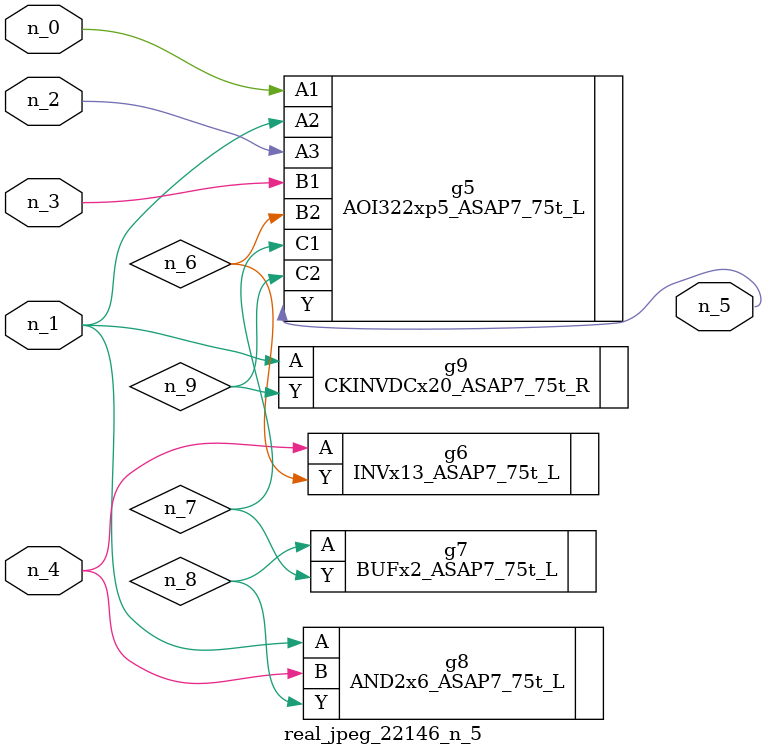
<source format=v>
module real_jpeg_22146_n_5 (n_4, n_0, n_1, n_2, n_3, n_5);

input n_4;
input n_0;
input n_1;
input n_2;
input n_3;

output n_5;

wire n_8;
wire n_6;
wire n_7;
wire n_9;

AOI322xp5_ASAP7_75t_L g5 ( 
.A1(n_0),
.A2(n_1),
.A3(n_2),
.B1(n_3),
.B2(n_6),
.C1(n_7),
.C2(n_9),
.Y(n_5)
);

AND2x6_ASAP7_75t_L g8 ( 
.A(n_1),
.B(n_4),
.Y(n_8)
);

CKINVDCx20_ASAP7_75t_R g9 ( 
.A(n_1),
.Y(n_9)
);

INVx13_ASAP7_75t_L g6 ( 
.A(n_4),
.Y(n_6)
);

BUFx2_ASAP7_75t_L g7 ( 
.A(n_8),
.Y(n_7)
);


endmodule
</source>
